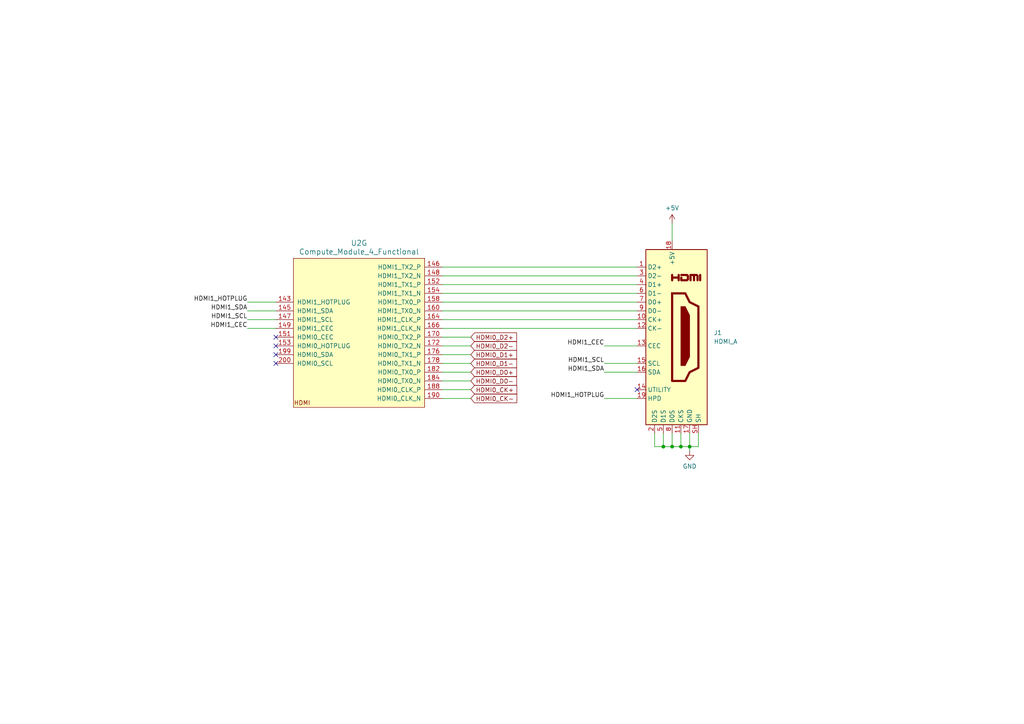
<source format=kicad_sch>
(kicad_sch (version 20230121) (generator eeschema)
  (paper "A4")
  (lib_symbols
    (symbol "Connector:HDMI_A"
      (property "Reference" "J" (at -6.35 26.67 0))
      (property "Value" "HDMI_A" (at 10.16 26.67 0))
      (symbol "HDMI_A_0_0"
        (polyline (pts (xy 8.128 16.51) (xy 8.128 18.034)) (stroke (width 0.635)))
        (polyline (pts (xy 0 16.51) (xy 0 18.034) (xy 0 17.272) (xy 1.905 17.272) (xy 1.905 18.034) (xy 1.905 16.51)) (stroke (width 0.635)))
        (polyline (pts (xy 2.667 18.034) (xy 4.318 18.034) (xy 4.572 17.78) (xy 4.572 16.764) (xy 4.318 16.51) (xy 2.667 16.51) (xy 2.667 17.272)) (stroke (width 0.635)))
      )
      (symbol "HDMI_A_0_1"
        (rectangle (start -7.62 25.4) (end 10.16 -25.4) (stroke (width 0.254)) (fill (type background)))
        (polyline (pts (xy 2.54 8.89) (xy 3.81 8.89) (xy 5.08 6.35) (xy 5.08 -5.715) (xy 3.81 -8.255) (xy 2.54 -8.255) (xy 2.54 8.89)) (fill (type outline)))
        (polyline (pts (xy 5.334 16.51) (xy 5.334 18.034) (xy 6.35 18.034) (xy 6.35 16.51) (xy 6.35 18.034) (xy 7.112 18.034) (xy 7.366 17.78) (xy 7.366 16.51)) (stroke (width 0.635)))
        (polyline (pts (xy 0 12.7) (xy 0 -12.7) (xy 3.81 -12.7) (xy 5.08 -10.16) (xy 7.62 -8.89) (xy 7.62 8.89) (xy 5.08 10.16) (xy 3.81 12.7) (xy 0 12.7)) (stroke (width 0.635)))
      )
      (symbol "HDMI_A_1_1"
        (pin passive line (at -10.16 20.32 0) (length 2.54) (name "D2+") (number "1"))
        (pin passive line (at -10.16 5.08 0) (length 2.54) (name "CK+") (number "10"))
        (pin power_in line (at 2.54 -27.94 90) (length 2.54) (name "CKS") (number "11"))
        (pin passive line (at -10.16 2.54 0) (length 2.54) (name "CK-") (number "12"))
        (pin bidirectional line (at -10.16 -2.54 0) (length 2.54) (name "CEC") (number "13"))
        (pin passive line (at -10.16 -15.24 0) (length 2.54) (name "UTILITY") (number "14"))
        (pin passive line (at -10.16 -7.62 0) (length 2.54) (name "SCL") (number "15"))
        (pin bidirectional line (at -10.16 -10.16 0) (length 2.54) (name "SDA") (number "16"))
        (pin power_in line (at 5.08 -27.94 90) (length 2.54) (name "GND") (number "17"))
        (pin power_in line (at 0 27.94 270) (length 2.54) (name "+5V") (number "18"))
        (pin passive line (at -10.16 -17.78 0) (length 2.54) (name "HPD") (number "19"))
        (pin power_in line (at -5.08 -27.94 90) (length 2.54) (name "D2S") (number "2"))
        (pin passive line (at -10.16 17.78 0) (length 2.54) (name "D2-") (number "3"))
        (pin passive line (at -10.16 15.24 0) (length 2.54) (name "D1+") (number "4"))
        (pin power_in line (at -2.54 -27.94 90) (length 2.54) (name "D1S") (number "5"))
        (pin passive line (at -10.16 12.7 0) (length 2.54) (name "D1-") (number "6"))
        (pin passive line (at -10.16 10.16 0) (length 2.54) (name "D0+") (number "7"))
        (pin power_in line (at 0 -27.94 90) (length 2.54) (name "D0S") (number "8"))
        (pin passive line (at -10.16 7.62 0) (length 2.54) (name "D0-") (number "9"))
        (pin passive line (at 7.62 -27.94 90) (length 2.54) (name "SH") (number "SH"))
      )
    )
    (symbol "Raspberry_Pi_Compute_Module_4:Compute_Module_4_Functional" (pin_names (offset 1.016))
      (property "Reference" "U" (at 5.08 5.08 0))
      (property "Value" "Compute_Module_4_Functional" (at 5.08 7.62 0))
      (symbol "Compute_Module_4_Functional_1_0"
        (text "Power" (at 21.59 -13.97 0) (effects (font (size 1.27 1.27))))
      )
      (symbol "Compute_Module_4_Functional_1_1"
        (rectangle (start 5.08 2.54) (end 38.1 -15.24) (fill (type background)))
        (pin power_in line (at 0 -13.97 0) (length 5.08) (name "GND[51]") (number "1"))
        (pin power_in line (at 0 -13.97 0) (length 5.08) (name "GND[51]") (number "107"))
        (pin power_in line (at 0 -13.97 0) (length 5.08) (name "GND[51]") (number "108"))
        (pin power_in line (at 0 -13.97 0) (length 5.08) (name "GND[51]") (number "113"))
        (pin power_in line (at 0 -13.97 0) (length 5.08) (name "GND[51]") (number "114"))
        (pin power_in line (at 0 -13.97 0) (length 5.08) (name "GND[51]") (number "119"))
        (pin power_in line (at 0 -13.97 0) (length 5.08) (name "GND[51]") (number "120"))
        (pin power_in line (at 0 -13.97 0) (length 5.08) (name "GND[51]") (number "125"))
        (pin power_in line (at 0 -13.97 0) (length 5.08) (name "GND[51]") (number "126"))
        (pin power_in line (at 0 -13.97 0) (length 5.08) (name "GND[51]") (number "13"))
        (pin power_in line (at 0 -13.97 0) (length 5.08) (name "GND[51]") (number "131"))
        (pin power_in line (at 0 -13.97 0) (length 5.08) (name "GND[51]") (number "132"))
        (pin power_in line (at 0 -13.97 0) (length 5.08) (name "GND[51]") (number "137"))
        (pin power_in line (at 0 -13.97 0) (length 5.08) (name "GND[51]") (number "138"))
        (pin power_in line (at 0 -13.97 0) (length 5.08) (name "GND[51]") (number "14"))
        (pin power_in line (at 0 -13.97 0) (length 5.08) (name "GND[51]") (number "144"))
        (pin power_in line (at 0 -13.97 0) (length 5.08) (name "GND[51]") (number "150"))
        (pin power_in line (at 0 -13.97 0) (length 5.08) (name "GND[51]") (number "155"))
        (pin power_in line (at 0 -13.97 0) (length 5.08) (name "GND[51]") (number "156"))
        (pin power_in line (at 0 -13.97 0) (length 5.08) (name "GND[51]") (number "161"))
        (pin power_in line (at 0 -13.97 0) (length 5.08) (name "GND[51]") (number "162"))
        (pin power_in line (at 0 -13.97 0) (length 5.08) (name "GND[51]") (number "167"))
        (pin power_in line (at 0 -13.97 0) (length 5.08) (name "GND[51]") (number "168"))
        (pin power_in line (at 0 -13.97 0) (length 5.08) (name "GND[51]") (number "173"))
        (pin power_in line (at 0 -13.97 0) (length 5.08) (name "GND[51]") (number "174"))
        (pin power_in line (at 0 -13.97 0) (length 5.08) (name "GND[51]") (number "179"))
        (pin power_in line (at 0 -13.97 0) (length 5.08) (name "GND[51]") (number "180"))
        (pin power_in line (at 0 -13.97 0) (length 5.08) (name "GND[51]") (number "185"))
        (pin power_in line (at 0 -13.97 0) (length 5.08) (name "GND[51]") (number "186"))
        (pin power_in line (at 0 -13.97 0) (length 5.08) (name "GND[51]") (number "191"))
        (pin power_in line (at 0 -13.97 0) (length 5.08) (name "GND[51]") (number "192"))
        (pin power_in line (at 0 -13.97 0) (length 5.08) (name "GND[51]") (number "197"))
        (pin power_in line (at 0 -13.97 0) (length 5.08) (name "GND[51]") (number "198"))
        (pin power_in line (at 0 -13.97 0) (length 5.08) (name "GND[51]") (number "2"))
        (pin power_in line (at 0 -13.97 0) (length 5.08) (name "GND[51]") (number "22"))
        (pin power_in line (at 0 -13.97 0) (length 5.08) (name "GND[51]") (number "23"))
        (pin power_in line (at 0 -13.97 0) (length 5.08) (name "GND[51]") (number "32"))
        (pin power_in line (at 0 -13.97 0) (length 5.08) (name "GND[51]") (number "33"))
        (pin power_in line (at 0 -13.97 0) (length 5.08) (name "GND[51]") (number "42"))
        (pin power_in line (at 0 -13.97 0) (length 5.08) (name "GND[51]") (number "43"))
        (pin power_in line (at 0 -13.97 0) (length 5.08) (name "GND[51]") (number "52"))
        (pin power_in line (at 0 -13.97 0) (length 5.08) (name "GND[51]") (number "53"))
        (pin power_in line (at 0 -13.97 0) (length 5.08) (name "GND[51]") (number "59"))
        (pin power_in line (at 0 -13.97 0) (length 5.08) (name "GND[51]") (number "60"))
        (pin power_in line (at 0 -13.97 0) (length 5.08) (name "GND[51]") (number "65"))
        (pin power_in line (at 0 -13.97 0) (length 5.08) (name "GND[51]") (number "66"))
        (pin power_in line (at 0 -13.97 0) (length 5.08) (name "GND[51]") (number "7"))
        (pin power_in line (at 0 -13.97 0) (length 5.08) (name "GND[51]") (number "71"))
        (pin power_in line (at 0 -13.97 0) (length 5.08) (name "GND[51]") (number "74"))
        (pin power_in line (at 0 1.27 0) (length 5.08) (name "+5V") (number "77"))
        (pin power_in line (at 0 -1.27 0) (length 5.08) (name "+5V") (number "79"))
        (pin power_in line (at 0 -13.97 0) (length 5.08) (name "GND[51]") (number "8"))
        (pin power_in line (at 0 -3.81 0) (length 5.08) (name "+5V") (number "81"))
        (pin power_in line (at 0 -6.35 0) (length 5.08) (name "+5V") (number "83"))
        (pin power_out line (at 43.18 -2.54 180) (length 5.08) (name "CM4_3.3V_Out_1") (number "84"))
        (pin power_in line (at 0 -8.89 0) (length 5.08) (name "+5V") (number "85"))
        (pin power_out line (at 43.18 -5.08 180) (length 5.08) (name "CM4_3.3V_Out_2") (number "86"))
        (pin power_in line (at 0 -11.43 0) (length 5.08) (name "+5V") (number "87"))
        (pin power_out line (at 43.18 -7.62 180) (length 5.08) (name "CM4_1.8V_Out_1") (number "88"))
        (pin power_out line (at 43.18 -10.16 180) (length 5.08) (name "CM4_1.8V_Out_2") (number "90"))
        (pin power_in line (at 0 -13.97 0) (length 5.08) (name "GND[51]") (number "98"))
      )
      (symbol "Compute_Module_4_Functional_2_0"
        (text "GPIO" (at 7.62 -69.85 0) (effects (font (size 1.27 1.27))))
      )
      (symbol "Compute_Module_4_Functional_2_1"
        (rectangle (start 5.08 2.54) (end 30.48 -71.12) (fill (type background)))
        (pin passive line (at 35.56 0 180) (length 5.08) (name "GPIO26") (number "24"))
        (pin passive line (at 35.56 -2.54 180) (length 5.08) (name "GPIO21") (number "25"))
        (pin passive line (at 35.56 -5.08 180) (length 5.08) (name "GPIO19") (number "26"))
        (pin passive line (at 35.56 -7.62 180) (length 5.08) (name "GPIO20") (number "27"))
        (pin passive line (at 35.56 -10.16 180) (length 5.08) (name "GPIO13") (number "28"))
        (pin passive line (at 35.56 -12.7 180) (length 5.08) (name "GPIO16") (number "29"))
        (pin passive line (at 35.56 -15.24 180) (length 5.08) (name "GPIO6") (number "30"))
        (pin passive line (at 35.56 -17.78 180) (length 5.08) (name "GPIO12") (number "31"))
        (pin passive line (at 35.56 -20.32 180) (length 5.08) (name "GPIO5") (number "34"))
        (pin passive line (at 35.56 -22.86 180) (length 5.08) (name "ID_SC") (number "35"))
        (pin passive line (at 35.56 -25.4 180) (length 5.08) (name "ID_SD") (number "36"))
        (pin passive line (at 35.56 -27.94 180) (length 5.08) (name "GPIO7") (number "37"))
        (pin passive line (at 35.56 -30.48 180) (length 5.08) (name "GPIO11") (number "38"))
        (pin passive line (at 35.56 -33.02 180) (length 5.08) (name "GPIO8") (number "39"))
        (pin passive line (at 35.56 -35.56 180) (length 5.08) (name "GPIO9") (number "40"))
        (pin passive line (at 35.56 -38.1 180) (length 5.08) (name "GPIO25") (number "41"))
        (pin passive line (at 35.56 -40.64 180) (length 5.08) (name "GPIO10") (number "44"))
        (pin passive line (at 35.56 -43.18 180) (length 5.08) (name "GPIO24") (number "45"))
        (pin passive line (at 35.56 -45.72 180) (length 5.08) (name "GPIO22") (number "46"))
        (pin passive line (at 35.56 -48.26 180) (length 5.08) (name "GPIO23") (number "47"))
        (pin passive line (at 35.56 -50.8 180) (length 5.08) (name "GPIO27") (number "48"))
        (pin passive line (at 35.56 -53.34 180) (length 5.08) (name "GPIO18") (number "49"))
        (pin passive line (at 35.56 -55.88 180) (length 5.08) (name "GPIO17") (number "50"))
        (pin passive line (at 35.56 -58.42 180) (length 5.08) (name "GPIO15") (number "51"))
        (pin passive line (at 35.56 -60.96 180) (length 5.08) (name "GPIO4") (number "54"))
        (pin passive line (at 35.56 -63.5 180) (length 5.08) (name "GPIO14") (number "55"))
        (pin passive line (at 35.56 -66.04 180) (length 5.08) (name "GPIO3") (number "56"))
        (pin passive line (at 35.56 -68.58 180) (length 5.08) (name "GPIO2") (number "58"))
        (pin power_in line (at 0 -33.02 0) (length 5.08) (name "GPIO_VREF") (number "78"))
      )
      (symbol "Compute_Module_4_Functional_3_0"
        (text "Ethernet" (at 10.16 -26.67 0) (effects (font (size 1.27 1.27))))
      )
      (symbol "Compute_Module_4_Functional_3_1"
        (rectangle (start 5.08 2.54) (end 53.34 -27.94) (fill (type background)))
        (pin passive line (at 58.42 -12.7 180) (length 5.08) (name "Ethernet_Pair0_N") (number "10"))
        (pin passive line (at 58.42 -15.24 180) (length 5.08) (name "Ethernet_Pair2_P") (number "11"))
        (pin passive line (at 58.42 -17.78 180) (length 5.08) (name "Ethernet_Pair0_P") (number "12"))
        (pin output line (at 58.42 -20.32 180) (length 5.08) (name "~{Ethernet_nLED3}") (number "15"))
        (pin input line (at 0 -10.16 0) (length 5.08) (name "Ethernet_SYNC_IN") (number "16"))
        (pin output line (at 58.42 -22.86 180) (length 5.08) (name "~{Ethernet_nLED2}") (number "17"))
        (pin input line (at 0 -12.7 0) (length 5.08) (name "Ethernet_SYNC_OUT") (number "18"))
        (pin output line (at 58.42 -25.4 180) (length 5.08) (name "~{Ethernet_nLED1}") (number "19"))
        (pin passive line (at 58.42 0 180) (length 5.08) (name "Ethernet_Pair3_P") (number "3"))
        (pin passive line (at 58.42 -2.54 180) (length 5.08) (name "Ethernet_Pair1_P") (number "4"))
        (pin passive line (at 58.42 -5.08 180) (length 5.08) (name "Ethernet_Pair3_N") (number "5"))
        (pin passive line (at 58.42 -7.62 180) (length 5.08) (name "Ethernet_Pair1_N") (number "6"))
        (pin passive line (at 58.42 -10.16 180) (length 5.08) (name "Ethernet_Pair2_N") (number "9"))
      )
      (symbol "Compute_Module_4_Functional_4_0"
        (text "USB" (at 7.62 -6.35 0) (effects (font (size 1.27 1.27))))
      )
      (symbol "Compute_Module_4_Functional_4_1"
        (rectangle (start 5.08 2.54) (end 20.32 -7.62) (fill (type background)))
        (pin input line (at 25.4 0 180) (length 5.08) (name "USB_OTG_ID") (number "101"))
        (pin passive line (at 25.4 -2.54 180) (length 5.08) (name "USB_N") (number "103"))
        (pin passive line (at 25.4 -5.08 180) (length 5.08) (name "USB_P") (number "105"))
      )
      (symbol "Compute_Module_4_Functional_5_0"
        (text "PCI-E" (at 8.89 -19.05 0) (effects (font (size 1.27 1.27))))
      )
      (symbol "Compute_Module_4_Functional_5_1"
        (rectangle (start 5.08 2.54) (end 25.4 -20.32) (fill (type background)))
        (pin input line (at 30.48 0 180) (length 5.08) (name "~{PCIe_CLK_nREQ}") (number "102"))
        (pin output line (at 30.48 -2.54 180) (length 5.08) (name "~{PCIe_nRST}") (number "109"))
        (pin output line (at 30.48 -5.08 180) (length 5.08) (name "PCIe_CLK_P") (number "110"))
        (pin output line (at 30.48 -7.62 180) (length 5.08) (name "PCIe_CLK_N") (number "112"))
        (pin input line (at 30.48 -10.16 180) (length 5.08) (name "PCIe_RX_P") (number "116"))
        (pin input line (at 30.48 -12.7 180) (length 5.08) (name "PCIe_RX_N") (number "118"))
        (pin output line (at 30.48 -15.24 180) (length 5.08) (name "PCIe_TX_P") (number "122"))
        (pin output line (at 30.48 -17.78 180) (length 5.08) (name "PCIe_TX_N") (number "124"))
      )
      (symbol "Compute_Module_4_Functional_6_0"
        (text "Camera" (at 8.89 -39.37 0) (effects (font (size 1.27 1.27))))
      )
      (symbol "Compute_Module_4_Functional_6_1"
        (rectangle (start 5.08 2.54) (end 20.32 -40.64) (fill (type background)))
        (pin input line (at 25.4 0 180) (length 5.08) (name "CAM1_D0_N") (number "115"))
        (pin input line (at 25.4 -2.54 180) (length 5.08) (name "CAM1_D0_P") (number "117"))
        (pin input line (at 25.4 -5.08 180) (length 5.08) (name "CAM1_D1_N") (number "121"))
        (pin input line (at 25.4 -7.62 180) (length 5.08) (name "CAM1_D1_P") (number "123"))
        (pin input line (at 25.4 -10.16 180) (length 5.08) (name "CAM1_C_N") (number "127"))
        (pin input line (at 25.4 -12.7 180) (length 5.08) (name "CAM0_D0_N") (number "128"))
        (pin input line (at 25.4 -15.24 180) (length 5.08) (name "CAM1_C_P") (number "129"))
        (pin input line (at 25.4 -17.78 180) (length 5.08) (name "CAM0_D0_P") (number "130"))
        (pin input line (at 25.4 -20.32 180) (length 5.08) (name "CAM1_D2_N") (number "133"))
        (pin input line (at 25.4 -22.86 180) (length 5.08) (name "CAM0_D1_N") (number "134"))
        (pin input line (at 25.4 -25.4 180) (length 5.08) (name "CAM1_D2_P") (number "135"))
        (pin input line (at 25.4 -27.94 180) (length 5.08) (name "CAM0_D1_P") (number "136"))
        (pin input line (at 25.4 -30.48 180) (length 5.08) (name "CAM1_D3_N") (number "139"))
        (pin input line (at 25.4 -33.02 180) (length 5.08) (name "CAM0_C_N") (number "140"))
        (pin input line (at 25.4 -35.56 180) (length 5.08) (name "CAM1_D3_P") (number "141"))
        (pin input line (at 25.4 -38.1 180) (length 5.08) (name "CAM0_C_P") (number "142"))
      )
      (symbol "Compute_Module_4_Functional_7_0"
        (text "HDMI" (at 7.62 -39.37 0) (effects (font (size 1.27 1.27))))
      )
      (symbol "Compute_Module_4_Functional_7_1"
        (rectangle (start 5.08 2.54) (end 43.18 -40.64) (fill (type background)))
        (pin input line (at 0 -10.16 0) (length 5.08) (name "HDMI1_HOTPLUG") (number "143"))
        (pin bidirectional line (at 0 -12.7 0) (length 5.08) (name "HDMI1_SDA") (number "145"))
        (pin output line (at 48.26 0 180) (length 5.08) (name "HDMI1_TX2_P") (number "146"))
        (pin open_collector line (at 0 -15.24 0) (length 5.08) (name "HDMI1_SCL") (number "147"))
        (pin output line (at 48.26 -2.54 180) (length 5.08) (name "HDMI1_TX2_N") (number "148"))
        (pin open_collector line (at 0 -17.78 0) (length 5.08) (name "HDMI1_CEC") (number "149"))
        (pin open_collector line (at 0 -20.32 0) (length 5.08) (name "HDMI0_CEC") (number "151"))
        (pin output line (at 48.26 -5.08 180) (length 5.08) (name "HDMI1_TX1_P") (number "152"))
        (pin input line (at 0 -22.86 0) (length 5.08) (name "HDMI0_HOTPLUG") (number "153"))
        (pin output line (at 48.26 -7.62 180) (length 5.08) (name "HDMI1_TX1_N") (number "154"))
        (pin output line (at 48.26 -10.16 180) (length 5.08) (name "HDMI1_TX0_P") (number "158"))
        (pin output line (at 48.26 -12.7 180) (length 5.08) (name "HDMI1_TX0_N") (number "160"))
        (pin output line (at 48.26 -15.24 180) (length 5.08) (name "HDMI1_CLK_P") (number "164"))
        (pin output line (at 48.26 -17.78 180) (length 5.08) (name "HDMI1_CLK_N") (number "166"))
        (pin output line (at 48.26 -20.32 180) (length 5.08) (name "HDMI0_TX2_P") (number "170"))
        (pin output line (at 48.26 -22.86 180) (length 5.08) (name "HDMI0_TX2_N") (number "172"))
        (pin output line (at 48.26 -25.4 180) (length 5.08) (name "HDMI0_TX1_P") (number "176"))
        (pin output line (at 48.26 -27.94 180) (length 5.08) (name "HDMI0_TX1_N") (number "178"))
        (pin output line (at 48.26 -30.48 180) (length 5.08) (name "HDMI0_TX0_P") (number "182"))
        (pin output line (at 48.26 -33.02 180) (length 5.08) (name "HDMI0_TX0_N") (number "184"))
        (pin output line (at 48.26 -35.56 180) (length 5.08) (name "HDMI0_CLK_P") (number "188"))
        (pin output line (at 48.26 -38.1 180) (length 5.08) (name "HDMI0_CLK_N") (number "190"))
        (pin bidirectional line (at 0 -25.4 0) (length 5.08) (name "HDMI0_SDA") (number "199"))
        (pin open_collector line (at 0 -27.94 0) (length 5.08) (name "HDMI0_SCL") (number "200"))
      )
      (symbol "Compute_Module_4_Functional_8_0"
        (text "Display" (at 8.89 -39.37 0) (effects (font (size 1.27 1.27))))
      )
      (symbol "Compute_Module_4_Functional_8_1"
        (rectangle (start 5.08 2.54) (end 20.32 -40.64) (fill (type background)))
        (pin output line (at 25.4 0 180) (length 5.08) (name "DSI0_D0_N") (number "157"))
        (pin output line (at 25.4 -2.54 180) (length 5.08) (name "DSI0_D0_P") (number "159"))
        (pin output line (at 25.4 -5.08 180) (length 5.08) (name "DSI0_D1_N") (number "163"))
        (pin output line (at 25.4 -7.62 180) (length 5.08) (name "DSI0_D1_P") (number "165"))
        (pin output line (at 25.4 -10.16 180) (length 5.08) (name "DSI0_C_N") (number "169"))
        (pin output line (at 25.4 -12.7 180) (length 5.08) (name "DSI0_C_P") (number "171"))
        (pin output line (at 25.4 -15.24 180) (length 5.08) (name "DSI1_D0_N") (number "175"))
        (pin output line (at 25.4 -17.78 180) (length 5.08) (name "DSI1_D0_P") (number "177"))
        (pin output line (at 25.4 -20.32 180) (length 5.08) (name "DSI1_D1_N") (number "181"))
        (pin output line (at 25.4 -22.86 180) (length 5.08) (name "DSI1_D1_P") (number "183"))
        (pin output line (at 25.4 -25.4 180) (length 5.08) (name "DSI1_C_N") (number "187"))
        (pin output line (at 25.4 -27.94 180) (length 5.08) (name "DSI1_C_P") (number "189"))
        (pin output line (at 25.4 -30.48 180) (length 5.08) (name "DSI1_D2_N") (number "193"))
        (pin output line (at 25.4 -33.02 180) (length 5.08) (name "DSI1_D3_N") (number "194"))
        (pin output line (at 25.4 -35.56 180) (length 5.08) (name "DSI1_D2_P") (number "195"))
        (pin output line (at 25.4 -38.1 180) (length 5.08) (name "DSI1_D3_P") (number "196"))
      )
      (symbol "Compute_Module_4_Functional_9_0"
        (text "SD Card" (at 10.16 -26.67 0) (effects (font (size 1.27 1.27))))
      )
      (symbol "Compute_Module_4_Functional_9_1"
        (rectangle (start 5.08 2.54) (end 43.18 -27.94) (fill (type background)))
        (pin passive line (at 48.26 0 180) (length 5.08) (name "SD_CLK") (number "57"))
        (pin passive line (at 48.26 -2.54 180) (length 5.08) (name "SD_DAT3") (number "61"))
        (pin passive line (at 48.26 -5.08 180) (length 5.08) (name "SD_CMD") (number "62"))
        (pin passive line (at 48.26 -7.62 180) (length 5.08) (name "SD_DAT0") (number "63"))
        (pin passive line (at 48.26 -10.16 180) (length 5.08) (name "SD_DAT5") (number "64"))
        (pin passive line (at 48.26 -12.7 180) (length 5.08) (name "SD_DAT1") (number "67"))
        (pin passive line (at 48.26 -15.24 180) (length 5.08) (name "SD_DAT4") (number "68"))
        (pin passive line (at 48.26 -17.78 180) (length 5.08) (name "SD_DAT2") (number "69"))
        (pin passive line (at 48.26 -20.32 180) (length 5.08) (name "SD_DAT7") (number "70"))
        (pin passive line (at 48.26 -22.86 180) (length 5.08) (name "SD_DAT6") (number "72"))
        (pin input line (at 0 -12.7 0) (length 5.08) (name "SD_VDD_Override") (number "73"))
        (pin output line (at 48.26 -25.4 180) (length 5.08) (name "SD_PWR_ON") (number "75"))
      )
      (symbol "Compute_Module_4_Functional_10_0"
        (text "Miscellaneous" (at 12.7 -39.37 0) (effects (font (size 1.27 1.27))))
      )
      (symbol "Compute_Module_4_Functional_10_1"
        (rectangle (start 5.08 2.54) (end 43.18 -40.64) (fill (type background)))
        (pin output line (at 48.26 -15.24 180) (length 5.08) (name "~{nEXTRST}") (number "100"))
        (pin no_connect line (at 0 -33.02 0) (length 5.08) (name "Reserved") (number "104"))
        (pin no_connect line (at 0 -35.56 0) (length 5.08) (name "Reserved") (number "106"))
        (pin output line (at 48.26 -38.1 180) (length 5.08) (name "VDAC_COMP") (number "111"))
        (pin input line (at 0 -10.16 0) (length 5.08) (name "EEPROM_nWP") (number "20"))
        (pin open_collector line (at 48.26 -2.54 180) (length 5.08) (name "~{Pi_nLED_Activity}") (number "21"))
        (pin no_connect line (at 0 -30.48 0) (length 5.08) (name "Reserved") (number "76"))
        (pin bidirectional line (at 48.26 -31.75 180) (length 5.08) (name "I2C_SCL0") (number "80"))
        (pin bidirectional line (at 48.26 -34.29 180) (length 5.08) (name "I2C_SDA0") (number "82"))
        (pin input line (at 0 0 0) (length 5.08) (name "~{WL_nDisable}") (number "89"))
        (pin input line (at 0 -2.54 0) (length 5.08) (name "~{BT_nDisable}") (number "91"))
        (pin passive line (at 48.26 -11.43 180) (length 5.08) (name "RUN_PG") (number "92"))
        (pin input line (at 0 -15.24 0) (length 5.08) (name "~{nRPIBOOT}") (number "93"))
        (pin passive line (at 0 -22.86 0) (length 5.08) (name "AnalogIP1") (number "94"))
        (pin output line (at 48.26 -6.35 180) (length 5.08) (name "~{PI_LED_nPWR}") (number "95"))
        (pin passive line (at 0 -25.4 0) (length 5.08) (name "AnalogIP0") (number "96"))
        (pin input line (at 0 -5.08 0) (length 5.08) (name "Camera_GPIO") (number "97"))
        (pin input line (at 0 -17.78 0) (length 5.08) (name "GLOBAL_EN") (number "99"))
      )
    )
    (symbol "power:+5V" (power) (pin_names (offset 0))
      (property "Value" "+5V" (at 0 3.556 0))
      (symbol "+5V_0_1"
        (polyline (pts (xy -0.762 1.27) (xy 0 2.54)))
        (polyline (pts (xy 0 0) (xy 0 2.54)))
        (polyline (pts (xy 0 2.54) (xy 0.762 1.27)))
      )
      (symbol "+5V_1_1"
        (pin power_in line (at 0 0 90) (length 0) hide (name "+5V") (number "1"))
      )
    )
    (symbol "power:GND" (power) (pin_names (offset 0))
      (property "Value" "GND" (at 0 -3.81 0))
      (symbol "GND_0_1"
        (polyline (pts (xy 0 0) (xy 0 -1.27) (xy 1.27 -1.27) (xy 0 -2.54) (xy -1.27 -1.27) (xy 0 -1.27)))
      )
      (symbol "GND_1_1"
        (pin power_in line (at 0 0 270) (length 0) hide (name "GND") (number "1"))
      )
    )
  )
  (junction (at 197.485 129.54))
  (junction (at 192.405 129.54))
  (junction (at 200.025 129.54))
  (junction (at 194.945 129.54))
  (no_connect (at 80.01 102.87))
  (no_connect (at 80.01 100.33))
  (no_connect (at 184.785 113.03))
  (no_connect (at 80.01 105.41))
  (no_connect (at 80.01 97.79))
  (wire (pts (xy 194.945 125.73) (xy 194.945 129.54)))
  (wire (pts (xy 128.27 82.55) (xy 184.785 82.55)))
  (wire (pts (xy 128.27 87.63) (xy 184.785 87.63)))
  (wire (pts (xy 192.405 129.54) (xy 194.945 129.54)))
  (wire (pts (xy 194.945 129.54) (xy 197.485 129.54)))
  (wire (pts (xy 194.945 64.77) (xy 194.945 69.85)))
  (wire (pts (xy 71.755 95.25) (xy 80.01 95.25)))
  (wire (pts (xy 128.27 95.25) (xy 184.785 95.25)))
  (wire (pts (xy 128.27 80.01) (xy 184.785 80.01)))
  (wire (pts (xy 128.27 97.79) (xy 136.525 97.79)))
  (wire (pts (xy 71.755 87.63) (xy 80.01 87.63)))
  (wire (pts (xy 128.27 92.71) (xy 184.785 92.71)))
  (wire (pts (xy 175.26 115.57) (xy 184.785 115.57)))
  (wire (pts (xy 192.405 125.73) (xy 192.405 129.54)))
  (wire (pts (xy 175.26 105.41) (xy 184.785 105.41)))
  (wire (pts (xy 175.26 107.95) (xy 184.785 107.95)))
  (wire (pts (xy 202.565 125.73) (xy 202.565 129.54)))
  (wire (pts (xy 128.27 110.49) (xy 136.525 110.49)))
  (wire (pts (xy 197.485 129.54) (xy 200.025 129.54)))
  (wire (pts (xy 128.27 107.95) (xy 136.525 107.95)))
  (wire (pts (xy 128.27 77.47) (xy 184.785 77.47)))
  (wire (pts (xy 128.27 105.41) (xy 136.525 105.41)))
  (wire (pts (xy 200.025 129.54) (xy 200.025 130.81)))
  (wire (pts (xy 128.27 113.03) (xy 136.525 113.03)))
  (wire (pts (xy 175.26 100.33) (xy 184.785 100.33)))
  (wire (pts (xy 128.27 85.09) (xy 184.785 85.09)))
  (wire (pts (xy 128.27 100.33) (xy 136.525 100.33)))
  (wire (pts (xy 128.27 90.17) (xy 184.785 90.17)))
  (wire (pts (xy 200.025 125.73) (xy 200.025 129.54)))
  (wire (pts (xy 128.27 115.57) (xy 136.525 115.57)))
  (wire (pts (xy 197.485 125.73) (xy 197.485 129.54)))
  (wire (pts (xy 202.565 129.54) (xy 200.025 129.54)))
  (wire (pts (xy 128.27 102.87) (xy 136.525 102.87)))
  (wire (pts (xy 189.865 125.73) (xy 189.865 129.54)))
  (wire (pts (xy 189.865 129.54) (xy 192.405 129.54)))
  (wire (pts (xy 71.755 90.17) (xy 80.01 90.17)))
  (wire (pts (xy 71.755 92.71) (xy 80.01 92.71)))
  (label "HDMI1_SCL" (at 175.26 105.41 180))
  (label "HDMI1_CEC" (at 71.755 95.25 180))
  (label "HDMI1_HOTPLUG" (at 71.755 87.63 180))
  (label "HDMI1_HOTPLUG" (at 175.26 115.57 180))
  (label "HDMI1_SCL" (at 71.755 92.71 180))
  (label "HDMI1_SDA" (at 175.26 107.95 180))
  (label "HDMI1_CEC" (at 175.26 100.33 180))
  (label "HDMI1_SDA" (at 71.755 90.17 180))
  (global_label "HDMI0_D2+" (shape input) (at 136.525 97.79 0) (property "Intersheetrefs" "${INTERSHEET_REFS}" (effects hide)))
  (global_label "HDMI0_D1+" (shape input) (at 136.525 102.87 0) (property "Intersheetrefs" "${INTERSHEET_REFS}" (effects hide)))
  (global_label "HDMI0_CK-" (shape input) (at 136.525 115.57 0) (property "Intersheetrefs" "${INTERSHEET_REFS}" (effects hide)))
  (global_label "HDMI0_D2-" (shape input) (at 136.525 100.33 0) (property "Intersheetrefs" "${INTERSHEET_REFS}" (effects hide)))
  (global_label "HDMI0_CK+" (shape input) (at 136.525 113.03 0) (property "Intersheetrefs" "${INTERSHEET_REFS}" (effects hide)))
  (global_label "HDMI0_D0-" (shape input) (at 136.525 110.49 0) (property "Intersheetrefs" "${INTERSHEET_REFS}" (effects hide)))
  (global_label "HDMI0_D0+" (shape input) (at 136.525 107.95 0) (property "Intersheetrefs" "${INTERSHEET_REFS}" (effects hide)))
  (global_label "HDMI0_D1-" (shape input) (at 136.525 105.41 0) (property "Intersheetrefs" "${INTERSHEET_REFS}" (effects hide)))
  (symbol (lib_id "power:GND") (at 200.025 130.81 0) (unit 1)
    (property "Reference" "#PWR03" (effects hide))
    (property "Value" "GND" (at 200.025 135.255 0))
  )
  (symbol (lib_id "power:+5V") (at 194.945 64.77 0) (unit 1)
    (property "Reference" "#PWR04" (effects hide))
    (property "Value" "+5V" (at 194.945 60.325 0))
  )
  (symbol (lib_id "Connector:HDMI_A") (at 194.945 97.79 0) (unit 1)
    (property "Reference" "J1" (at 207.01 96.52 0) (effects (justify left)))
    (property "Value" "HDMI_A" (at 207.01 99.06 0) (effects (justify left)))
    (property "Datasheet" "https://en.wikipedia.org/wiki/HDMI" (effects hide))
  )
  (symbol (lib_id "Raspberry_Pi_Compute_Module_4:Compute_Module_4_Functional") (at 80.01 77.47 0) (unit 7)
    (property "Reference" "U2" (at 104.14 70.485 0) (effects (font (size 1.524 1.524))))
    (property "Value" "Compute_Module_4_Functional" (at 104.14 73.025 0) (effects (font (size 1.524 1.524))))
    (property "Footprint" "RPi_Compute_Module_4:Raspberry-Pi-4-Compute-Module" (effects hide))
    (instances (project "CM4Emulator" (path "" (reference "U2") (unit 7)) (path "" (reference "U1") (unit 7))))
  )
)
</source>
